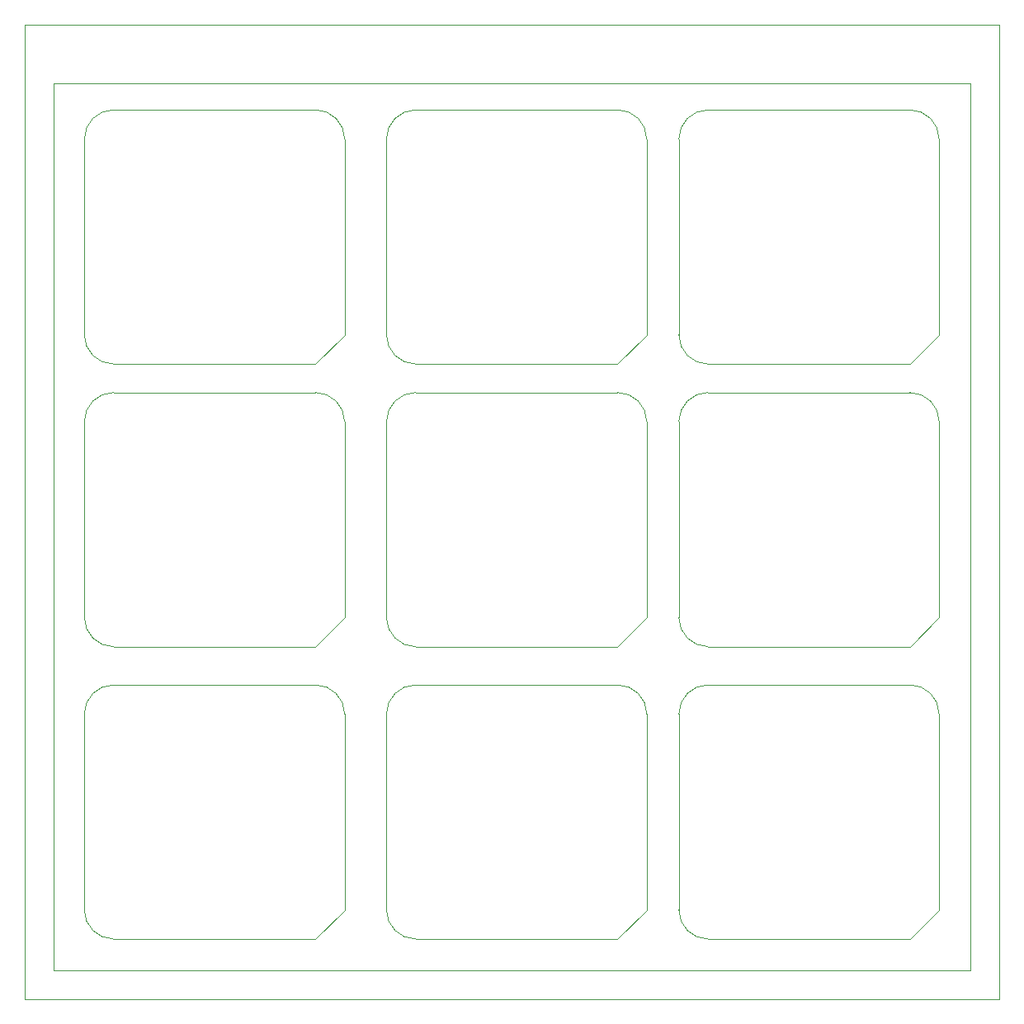
<source format=gm1>
%MOIN*%
%OFA0B0*%
%FSLAX46Y46*%
%IPPOS*%
%LPD*%
%ADD10C,0.0019685039370078744*%
%ADD21C,0.0019685039370078744*%
%ADD22C,0.0019685039370078744*%
%ADD23C,0.0019685039370078744*%
%ADD24C,0.0019685039370078744*%
%ADD25C,0.0019685039370078744*%
%ADD26C,0.0019685039370078744*%
%ADD27C,0.0019685039370078744*%
%ADD28C,0.0019685039370078744*%
%ADD29C,0.0019685039370078744*%
D10*
X0001294842Y0002688937D02*
X0001176732Y0002570826D01*
X0001176732Y0002570826D02*
X0000361338Y0002570826D01*
X0000243228Y0002688937D02*
X0000243228Y0003479566D01*
X0001176732Y0003597677D02*
X0000361338Y0003597677D01*
X0001294842Y0002688937D02*
X0001294842Y0003479566D01*
X0001176732Y0003597677D02*
G75*
G02X0001294842Y0003479566J-0000118110D01*
G01*
X0000243228Y0003479566D02*
G75*
G02X0000361338Y0003597677I0000118110D01*
G01*
X0000361338Y0002570826D02*
G75*
G02X0000243228Y0002688937J0000118110D01*
G01*
G04 next file*
G04 #@! TF.GenerationSoftware,KiCad,Pcbnew,(5.1.2)-1*
G04 #@! TF.CreationDate,2019-11-14T17:32:28+05:30*
G04 #@! TF.ProjectId,Frame,4672616d-652e-46b6-9963-61645f706362,rev?*
G04 #@! TF.SameCoordinates,Original*
G04 #@! TF.FileFunction,Profile,NP*
G04 Gerber Fmt 4.6, Leading zero omitted, Abs format (unit mm)*
G04 Created by KiCad (PCBNEW (5.1.2)-1) date 2019-11-14 17:32:28*
G04 APERTURE LIST*
G04 APERTURE END LIST*
D21*
X0003820945Y0000122361D02*
X0003820945Y0003705039D01*
X0000120157Y0000122361D02*
X0000120157Y0003705039D01*
X0000120157Y0000122361D02*
X0003820945Y0000122361D01*
X0000120157Y0003705039D02*
X0003820945Y0003705039D01*
X0000002047Y0000004251D02*
X0000002047Y0003941259D01*
X0003939055Y0000004251D02*
X0003939055Y0003941259D01*
X0000002047Y0000004251D02*
X0003939055Y0000004251D01*
X0000002047Y0003941259D02*
X0003939055Y0003941259D01*
G04 next file*
G04 #@! TF.GenerationSoftware,KiCad,Pcbnew,(5.1.2)-1*
G04 #@! TF.CreationDate,2019-11-08T13:50:46+05:30*
G04 #@! TF.ProjectId,TALK,54414c4b-2e6b-4696-9361-645f70636258,rev?*
G04 #@! TF.SameCoordinates,Original*
G04 #@! TF.FileFunction,Profile,NP*
G04 Gerber Fmt 4.6, Leading zero omitted, Abs format (unit mm)*
G04 Created by KiCad (PCBNEW (5.1.2)-1) date 2019-11-08 13:50:46*
G04 APERTURE LIST*
G04 APERTURE END LIST*
D22*
X0002515314Y0002688937D02*
X0002397204Y0002570826D01*
X0002397204Y0002570826D02*
X0001581811Y0002570826D01*
X0001463700Y0002688937D02*
X0001463700Y0003479566D01*
X0002397204Y0003597677D02*
X0001581811Y0003597677D01*
X0002515314Y0002688937D02*
X0002515314Y0003479566D01*
X0002397204Y0003597677D02*
G75*
G02X0002515314Y0003479566J-0000118110D01*
G01*
X0001463700Y0003479566D02*
G75*
G02X0001581811Y0003597677I0000118110D01*
G01*
X0001581811Y0002570826D02*
G75*
G02X0001463700Y0002688937J0000118110D01*
G01*
G04 next file*
G04 #@! TF.GenerationSoftware,KiCad,Pcbnew,(5.1.2)-1*
G04 #@! TF.CreationDate,2019-11-08T13:50:46+05:30*
G04 #@! TF.ProjectId,TALK,54414c4b-2e6b-4696-9361-645f70636258,rev?*
G04 #@! TF.SameCoordinates,Original*
G04 #@! TF.FileFunction,Profile,NP*
G04 Gerber Fmt 4.6, Leading zero omitted, Abs format (unit mm)*
G04 Created by KiCad (PCBNEW (5.1.2)-1) date 2019-11-08 13:50:46*
G04 APERTURE LIST*
G04 APERTURE END LIST*
D23*
X0003696417Y0002688937D02*
X0003578307Y0002570826D01*
X0003578307Y0002570826D02*
X0002762913Y0002570826D01*
X0002644803Y0002688937D02*
X0002644803Y0003479566D01*
X0003578307Y0003597677D02*
X0002762913Y0003597677D01*
X0003696417Y0002688937D02*
X0003696417Y0003479566D01*
X0003578307Y0003597677D02*
G75*
G02X0003696417Y0003479566J-0000118110D01*
G01*
X0002644803Y0003479566D02*
G75*
G02X0002762913Y0003597677I0000118110D01*
G01*
X0002762913Y0002570826D02*
G75*
G02X0002644803Y0002688937J0000118110D01*
G01*
G04 next file*
G04 #@! TF.GenerationSoftware,KiCad,Pcbnew,(5.1.2)-1*
G04 #@! TF.CreationDate,2019-11-08T13:50:46+05:30*
G04 #@! TF.ProjectId,TALK,54414c4b-2e6b-4696-9361-645f70636258,rev?*
G04 #@! TF.SameCoordinates,Original*
G04 #@! TF.FileFunction,Profile,NP*
G04 Gerber Fmt 4.6, Leading zero omitted, Abs format (unit mm)*
G04 Created by KiCad (PCBNEW (5.1.2)-1) date 2019-11-08 13:50:46*
G04 APERTURE LIST*
G04 APERTURE END LIST*
D24*
X0001294842Y0001547204D02*
X0001176732Y0001429094D01*
X0001176732Y0001429094D02*
X0000361338Y0001429094D01*
X0000243228Y0001547204D02*
X0000243228Y0002337834D01*
X0001176732Y0002455944D02*
X0000361338Y0002455944D01*
X0001294842Y0001547204D02*
X0001294842Y0002337834D01*
X0001176732Y0002455944D02*
G75*
G02X0001294842Y0002337834J-0000118110D01*
G01*
X0000243228Y0002337834D02*
G75*
G02X0000361338Y0002455944I0000118110D01*
G01*
X0000361338Y0001429094D02*
G75*
G02X0000243228Y0001547204J0000118110D01*
G01*
G04 next file*
G04 #@! TF.GenerationSoftware,KiCad,Pcbnew,(5.1.2)-1*
G04 #@! TF.CreationDate,2019-11-08T13:50:46+05:30*
G04 #@! TF.ProjectId,TALK,54414c4b-2e6b-4696-9361-645f70636258,rev?*
G04 #@! TF.SameCoordinates,Original*
G04 #@! TF.FileFunction,Profile,NP*
G04 Gerber Fmt 4.6, Leading zero omitted, Abs format (unit mm)*
G04 Created by KiCad (PCBNEW (5.1.2)-1) date 2019-11-08 13:50:46*
G04 APERTURE LIST*
G04 APERTURE END LIST*
D25*
X0001294842Y0000366102D02*
X0001176732Y0000247992D01*
X0001176732Y0000247992D02*
X0000361338Y0000247992D01*
X0000243228Y0000366102D02*
X0000243228Y0001156732D01*
X0001176732Y0001274842D02*
X0000361338Y0001274842D01*
X0001294842Y0000366102D02*
X0001294842Y0001156732D01*
X0001176732Y0001274842D02*
G75*
G02X0001294842Y0001156732J-0000118110D01*
G01*
X0000243228Y0001156732D02*
G75*
G02X0000361338Y0001274842I0000118110D01*
G01*
X0000361338Y0000247992D02*
G75*
G02X0000243228Y0000366102J0000118110D01*
G01*
G04 next file*
G04 #@! TF.GenerationSoftware,KiCad,Pcbnew,(5.1.2)-1*
G04 #@! TF.CreationDate,2019-11-08T13:50:46+05:30*
G04 #@! TF.ProjectId,TALK,54414c4b-2e6b-4696-9361-645f70636258,rev?*
G04 #@! TF.SameCoordinates,Original*
G04 #@! TF.FileFunction,Profile,NP*
G04 Gerber Fmt 4.6, Leading zero omitted, Abs format (unit mm)*
G04 Created by KiCad (PCBNEW (5.1.2)-1) date 2019-11-08 13:50:46*
G04 APERTURE LIST*
G04 APERTURE END LIST*
D26*
X0002515314Y0001547204D02*
X0002397204Y0001429094D01*
X0002397204Y0001429094D02*
X0001581811Y0001429094D01*
X0001463700Y0001547204D02*
X0001463700Y0002337834D01*
X0002397204Y0002455944D02*
X0001581811Y0002455944D01*
X0002515314Y0001547204D02*
X0002515314Y0002337834D01*
X0002397204Y0002455944D02*
G75*
G02X0002515314Y0002337834J-0000118110D01*
G01*
X0001463700Y0002337834D02*
G75*
G02X0001581811Y0002455944I0000118110D01*
G01*
X0001581811Y0001429094D02*
G75*
G02X0001463700Y0001547204J0000118110D01*
G01*
G04 next file*
G04 #@! TF.GenerationSoftware,KiCad,Pcbnew,(5.1.2)-1*
G04 #@! TF.CreationDate,2019-11-08T13:50:46+05:30*
G04 #@! TF.ProjectId,TALK,54414c4b-2e6b-4696-9361-645f70636258,rev?*
G04 #@! TF.SameCoordinates,Original*
G04 #@! TF.FileFunction,Profile,NP*
G04 Gerber Fmt 4.6, Leading zero omitted, Abs format (unit mm)*
G04 Created by KiCad (PCBNEW (5.1.2)-1) date 2019-11-08 13:50:46*
G04 APERTURE LIST*
G04 APERTURE END LIST*
D27*
X0002515314Y0000366102D02*
X0002397204Y0000247992D01*
X0002397204Y0000247992D02*
X0001581811Y0000247992D01*
X0001463700Y0000366102D02*
X0001463700Y0001156732D01*
X0002397204Y0001274842D02*
X0001581811Y0001274842D01*
X0002515314Y0000366102D02*
X0002515314Y0001156732D01*
X0002397204Y0001274842D02*
G75*
G02X0002515314Y0001156732J-0000118110D01*
G01*
X0001463700Y0001156732D02*
G75*
G02X0001581811Y0001274842I0000118110D01*
G01*
X0001581811Y0000247992D02*
G75*
G02X0001463700Y0000366102J0000118110D01*
G01*
G04 next file*
G04 #@! TF.GenerationSoftware,KiCad,Pcbnew,(5.1.2)-1*
G04 #@! TF.CreationDate,2019-11-08T13:50:46+05:30*
G04 #@! TF.ProjectId,TALK,54414c4b-2e6b-4696-9361-645f70636258,rev?*
G04 #@! TF.SameCoordinates,Original*
G04 #@! TF.FileFunction,Profile,NP*
G04 Gerber Fmt 4.6, Leading zero omitted, Abs format (unit mm)*
G04 Created by KiCad (PCBNEW (5.1.2)-1) date 2019-11-08 13:50:46*
G04 APERTURE LIST*
G04 APERTURE END LIST*
D28*
X0003696417Y0001547204D02*
X0003578307Y0001429094D01*
X0003578307Y0001429094D02*
X0002762913Y0001429094D01*
X0002644803Y0001547204D02*
X0002644803Y0002337834D01*
X0003578307Y0002455944D02*
X0002762913Y0002455944D01*
X0003696417Y0001547204D02*
X0003696417Y0002337834D01*
X0003578307Y0002455944D02*
G75*
G02X0003696417Y0002337834J-0000118110D01*
G01*
X0002644803Y0002337834D02*
G75*
G02X0002762913Y0002455944I0000118110D01*
G01*
X0002762913Y0001429094D02*
G75*
G02X0002644803Y0001547204J0000118110D01*
G01*
G04 next file*
G04 #@! TF.GenerationSoftware,KiCad,Pcbnew,(5.1.2)-1*
G04 #@! TF.CreationDate,2019-11-08T13:50:46+05:30*
G04 #@! TF.ProjectId,TALK,54414c4b-2e6b-4696-9361-645f70636258,rev?*
G04 #@! TF.SameCoordinates,Original*
G04 #@! TF.FileFunction,Profile,NP*
G04 Gerber Fmt 4.6, Leading zero omitted, Abs format (unit mm)*
G04 Created by KiCad (PCBNEW (5.1.2)-1) date 2019-11-08 13:50:46*
G04 APERTURE LIST*
G04 APERTURE END LIST*
D29*
X0003696417Y0000366102D02*
X0003578307Y0000247992D01*
X0003578307Y0000247992D02*
X0002762913Y0000247992D01*
X0002644803Y0000366102D02*
X0002644803Y0001156732D01*
X0003578307Y0001274842D02*
X0002762913Y0001274842D01*
X0003696417Y0000366102D02*
X0003696417Y0001156732D01*
X0003578307Y0001274842D02*
G75*
G02X0003696417Y0001156732J-0000118110D01*
G01*
X0002644803Y0001156732D02*
G75*
G02X0002762913Y0001274842I0000118110D01*
G01*
X0002762913Y0000247992D02*
G75*
G02X0002644803Y0000366102J0000118110D01*
G01*
M02*
</source>
